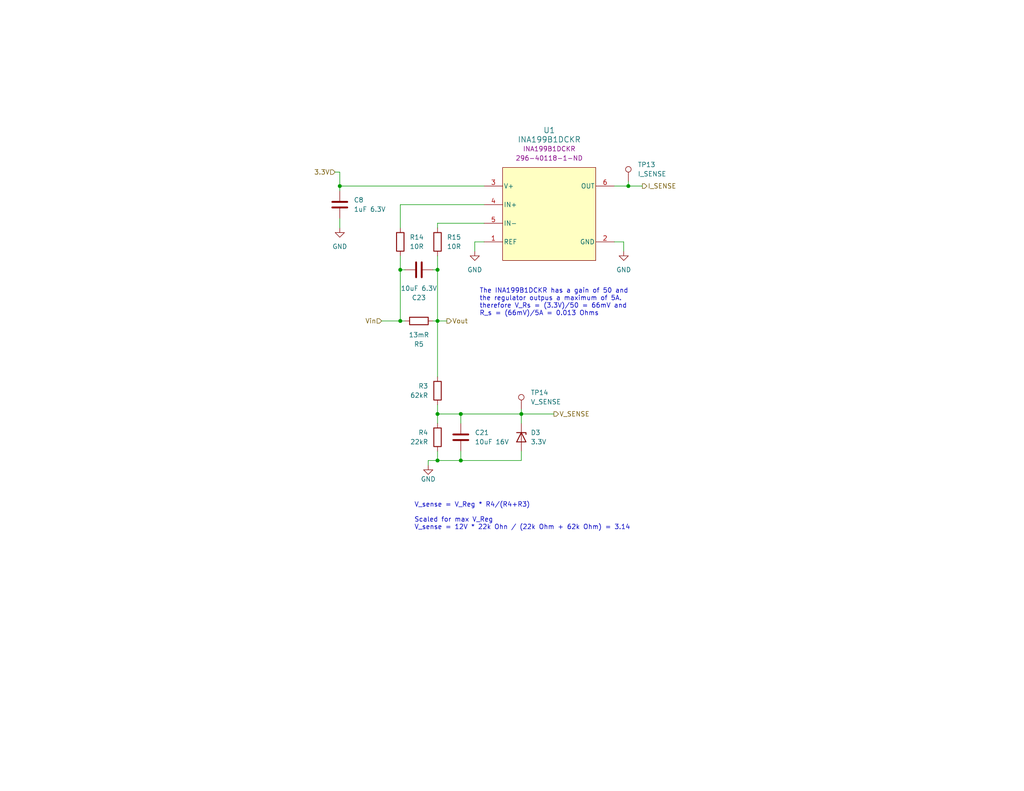
<source format=kicad_sch>
(kicad_sch (version 20230121) (generator eeschema)
  (paper "A")
  (title_block (title "Adjustable Power Supply") (date "2024-01-11") (company "George Jurgiel") (comment 1 "Measures voltage and current and normalizes values to be read by ESP32 ADC"))
  (lib_symbols
    (symbol "Adjustable_Power_Suppy:INA199B1DCKR" (pin_names (offset 0.254))
      (property "Reference" "U" (at 0 2.54 0))
      (property "Value" "INA199B1DCKR" (at 0 0 0))
      (property "MPN" "INA199B1DCKR" (at 0 0 0))
      (property "Digikey PN" "296-40118-1-ND" (at 0 0 0))
      (symbol "INA199B1DCKR_0_1"
        (pin input line (at -17.78 -7.62 0) (length 5.08) (name "REF") (number "1"))
        (pin power_in line (at 17.78 -7.62 180) (length 5.08) (name "GND") (number "2"))
        (pin power_in line (at -17.78 7.62 0) (length 5.08) (name "V+") (number "3"))
        (pin input line (at -17.78 2.54 0) (length 5.08) (name "IN+") (number "4"))
        (pin input line (at -17.78 -2.54 0) (length 5.08) (name "IN-") (number "5"))
        (pin output line (at 17.78 7.62 180) (length 5.08) (name "OUT") (number "6"))
      )
      (symbol "INA199B1DCKR_1_1"
        (rectangle (start -12.7 12.7) (end 12.7 -12.7) (fill (type background)))
      )
    )
    (symbol "Connector:TestPoint" (pin_numbers hide) (pin_names (offset 0.762) hide)
      (property "Reference" "TP" (at 0 6.858 0))
      (property "Value" "TestPoint" (at 0 5.08 0))
      (symbol "TestPoint_0_1"
        (circle (center 0 3.302) (radius 0.762))
      )
      (symbol "TestPoint_1_1"
        (pin passive line (at 0 0 90) (length 2.54) (name "1") (number "1"))
      )
    )
    (symbol "Device:C" (pin_numbers hide) (pin_names (offset 0.254))
      (property "Reference" "C" (at 0.635 2.54 0))
      (property "Value" "C" (at 0.635 -2.54 0))
      (symbol "C_0_1"
        (polyline (pts (xy -2.032 -0.762) (xy 2.032 -0.762)) (stroke (width 0.508)))
        (polyline (pts (xy -2.032 0.762) (xy 2.032 0.762)) (stroke (width 0.508)))
      )
      (symbol "C_1_1"
        (pin passive line (at 0 3.81 270) (length 2.794) (name "~") (number "1"))
        (pin passive line (at 0 -3.81 90) (length 2.794) (name "~") (number "2"))
      )
    )
    (symbol "Device:D_Zener" (pin_numbers hide) (pin_names (offset 1.016) hide)
      (property "Reference" "D" (at 0 2.54 0))
      (property "Value" "D_Zener" (at 0 -2.54 0))
      (symbol "D_Zener_0_1"
        (polyline (pts (xy 1.27 0) (xy -1.27 0)))
        (polyline (pts (xy -1.27 -1.27) (xy -1.27 1.27) (xy -0.762 1.27)) (stroke (width 0.254)))
        (polyline (pts (xy 1.27 -1.27) (xy 1.27 1.27) (xy -1.27 0) (xy 1.27 -1.27)) (stroke (width 0.254)))
      )
      (symbol "D_Zener_1_1"
        (pin passive line (at -3.81 0 0) (length 2.54) (name "K") (number "1"))
        (pin passive line (at 3.81 0 180) (length 2.54) (name "A") (number "2"))
      )
    )
    (symbol "Device:R" (pin_numbers hide) (pin_names (offset 0))
      (property "Reference" "R" (at 2.032 0 90))
      (property "Value" "R" (at 0 0 90))
      (symbol "R_0_1"
        (rectangle (start -1.016 -2.54) (end 1.016 2.54) (stroke (width 0.254)))
      )
      (symbol "R_1_1"
        (pin passive line (at 0 3.81 270) (length 1.27) (name "~") (number "1"))
        (pin passive line (at 0 -3.81 90) (length 1.27) (name "~") (number "2"))
      )
    )
    (symbol "power:GND" (power) (pin_names (offset 0))
      (property "Value" "GND" (at 0 -3.81 0))
      (symbol "GND_0_1"
        (polyline (pts (xy 0 0) (xy 0 -1.27) (xy 1.27 -1.27) (xy 0 -2.54) (xy -1.27 -1.27) (xy 0 -1.27)))
      )
      (symbol "GND_1_1"
        (pin power_in line (at 0 0 270) (length 0) hide (name "GND") (number "1"))
      )
    )
  )
  (junction (at 92.71 50.8))
  (junction (at 125.73 125.73))
  (junction (at 109.22 73.66))
  (junction (at 119.38 113.03))
  (junction (at 125.73 113.03))
  (junction (at 119.38 73.66))
  (junction (at 119.38 87.63))
  (junction (at 119.38 125.73))
  (junction (at 109.22 87.63))
  (junction (at 142.24 113.03))
  (junction (at 171.45 50.8))
  (wire (pts (xy 132.08 55.88) (xy 109.22 55.88)))
  (wire (pts (xy 104.14 87.63) (xy 109.22 87.63)))
  (wire (pts (xy 167.64 50.8) (xy 171.45 50.8)))
  (wire (pts (xy 170.18 66.04) (xy 170.18 68.58)))
  (wire (pts (xy 142.24 111.76) (xy 142.24 113.03)))
  (wire (pts (xy 118.11 87.63) (xy 119.38 87.63)))
  (wire (pts (xy 116.84 125.73) (xy 116.84 127)))
  (wire (pts (xy 91.44 46.99) (xy 92.71 46.99)))
  (wire (pts (xy 119.38 87.63) (xy 121.92 87.63)))
  (wire (pts (xy 109.22 69.85) (xy 109.22 73.66)))
  (wire (pts (xy 171.45 49.53) (xy 171.45 50.8)))
  (wire (pts (xy 92.71 46.99) (xy 92.71 50.8)))
  (wire (pts (xy 119.38 73.66) (xy 119.38 69.85)))
  (wire (pts (xy 119.38 113.03) (xy 125.73 113.03)))
  (wire (pts (xy 92.71 50.8) (xy 92.71 52.07)))
  (wire (pts (xy 119.38 60.96) (xy 132.08 60.96)))
  (wire (pts (xy 119.38 87.63) (xy 119.38 102.87)))
  (wire (pts (xy 125.73 113.03) (xy 125.73 115.57)))
  (wire (pts (xy 119.38 62.23) (xy 119.38 60.96)))
  (wire (pts (xy 119.38 110.49) (xy 119.38 113.03)))
  (wire (pts (xy 92.71 50.8) (xy 132.08 50.8)))
  (wire (pts (xy 125.73 123.19) (xy 125.73 125.73)))
  (wire (pts (xy 119.38 113.03) (xy 119.38 115.57)))
  (wire (pts (xy 142.24 115.57) (xy 142.24 113.03)))
  (wire (pts (xy 129.54 66.04) (xy 129.54 68.58)))
  (wire (pts (xy 118.11 73.66) (xy 119.38 73.66)))
  (wire (pts (xy 92.71 59.69) (xy 92.71 62.23)))
  (wire (pts (xy 119.38 125.73) (xy 119.38 123.19)))
  (wire (pts (xy 142.24 113.03) (xy 151.13 113.03)))
  (wire (pts (xy 142.24 125.73) (xy 125.73 125.73)))
  (wire (pts (xy 167.64 66.04) (xy 170.18 66.04)))
  (wire (pts (xy 109.22 73.66) (xy 110.49 73.66)))
  (wire (pts (xy 132.08 66.04) (xy 129.54 66.04)))
  (wire (pts (xy 142.24 123.19) (xy 142.24 125.73)))
  (wire (pts (xy 119.38 87.63) (xy 119.38 73.66)))
  (wire (pts (xy 109.22 73.66) (xy 109.22 87.63)))
  (wire (pts (xy 125.73 125.73) (xy 119.38 125.73)))
  (wire (pts (xy 171.45 50.8) (xy 175.26 50.8)))
  (wire (pts (xy 109.22 55.88) (xy 109.22 62.23)))
  (wire (pts (xy 116.84 125.73) (xy 119.38 125.73)))
  (wire (pts (xy 125.73 113.03) (xy 142.24 113.03)))
  (wire (pts (xy 109.22 87.63) (xy 110.49 87.63)))
  (text "The INA199B1DCKR has a gain of 50 and \nthe regulator outpus a maximum of 5A.\ntherefore V_Rs = (3.3V)/50 = 66mV and\nR_s = (66mV)/5A = 0.013 Ohms \n" (at 130.81 86.36 0) (effects (font (size 1.27 1.27)) (justify left bottom)))
  (text "V_sense = V_Reg * R4/(R4+R3) \n\nScaled for max V_Reg\nV_sense = 12V * 22k Ohn / (22k Ohm + 62k Ohm) = 3.14" (at 113.03 144.78 0) (effects (font (size 1.27 1.27)) (justify left bottom)))
  (hierarchical_label "Vin" (shape input) (at 104.14 87.63 180))
  (hierarchical_label "3.3V" (shape input) (at 91.44 46.99 180))
  (hierarchical_label "Vout" (shape output) (at 121.92 87.63 0))
  (hierarchical_label "V_SENSE" (shape output) (at 151.13 113.03 0))
  (hierarchical_label "I_SENSE" (shape output) (at 175.26 50.8 0))
  (symbol (lib_id "power:GND") (at 92.71 62.23 0) (unit 1)
    (property "Reference" "#PWR018" (effects hide))
    (property "Value" "GND" (at 92.71 67.31 0))
  )
  (symbol (lib_id "Device:R") (at 114.3 87.63 270) (mirror x) (unit 1)
    (property "Reference" "R5" (at 114.3 93.98 90))
    (property "Value" "13mR" (at 114.3 91.44 90))
    (property "Footprint" "Resistor_SMD:R_2512_6332Metric_Pad1.40x3.35mm_HandSolder" (effects hide))
  )
  (symbol (lib_id "Connector:TestPoint") (at 142.24 111.76 0) (unit 1)
    (property "Reference" "TP14" (at 144.78 107.188 0) (effects (justify left)))
    (property "Value" "V_SENSE" (at 144.78 109.728 0) (effects (justify left)))
    (property "Footprint" "Adjustable_Power_Supply:TP420X150" (effects hide))
  )
  (symbol (lib_id "Device:C") (at 92.71 55.88 0) (unit 1)
    (property "Reference" "C8" (at 96.52 54.61 0) (effects (justify left)))
    (property "Value" "1uF 6.3V" (at 96.52 57.15 0) (effects (justify left)))
    (property "Footprint" "Capacitor_SMD:C_0603_1608Metric_Pad1.08x0.95mm_HandSolder" (effects hide))
  )
  (symbol (lib_id "Adjustable_Power_Suppy:INA199B1DCKR") (at 149.86 58.42 0) (unit 1)
    (property "Reference" "U1" (at 149.86 35.56 0) (effects (font (size 1.524 1.524))))
    (property "Value" "INA199B1DCKR" (at 149.86 38.1 0) (effects (font (size 1.524 1.524))))
    (property "Footprint" "Adjustable_Power_Supply:INA199B1DCKR" (effects hide))
    (property "Datasheet" "https://www.ti.com/general/docs/suppproductinfo.tsp?distId=10&gotoUrl=https%3A%2F%2Fwww.ti.com%2Flit%2Fgpn%2Fina199" (effects hide))
    (property "MPN" "INA199B1DCKR" (at 149.86 40.64 0))
    (property "Digikey PN" "296-40118-1-ND" (at 149.86 43.18 0))
  )
  (symbol (lib_id "Connector:TestPoint") (at 171.45 49.53 0) (unit 1)
    (property "Reference" "TP13" (at 173.99 44.958 0) (effects (justify left)))
    (property "Value" "I_SENSE" (at 173.99 47.498 0) (effects (justify left)))
    (property "Footprint" "Adjustable_Power_Supply:TP420X150" (effects hide))
  )
  (symbol (lib_id "Device:R") (at 119.38 66.04 0) (unit 1)
    (property "Reference" "R15" (at 121.92 64.77 0) (effects (justify left)))
    (property "Value" "10R" (at 121.92 67.31 0) (effects (justify left)))
    (property "Footprint" "Resistor_SMD:R_0603_1608Metric_Pad0.98x0.95mm_HandSolder" (effects hide))
  )
  (symbol (lib_id "Device:C") (at 125.73 119.38 0) (unit 1)
    (property "Reference" "C21" (at 129.54 118.11 0) (effects (justify left)))
    (property "Value" "10uF 16V" (at 129.54 120.65 0) (effects (justify left)))
    (property "Footprint" "Capacitor_SMD:C_0603_1608Metric_Pad1.08x0.95mm_HandSolder" (effects hide))
  )
  (symbol (lib_id "Device:R") (at 109.22 66.04 0) (unit 1)
    (property "Reference" "R14" (at 111.76 64.77 0) (effects (justify left)))
    (property "Value" "10R" (at 111.76 67.31 0) (effects (justify left)))
    (property "Footprint" "Resistor_SMD:R_0603_1608Metric_Pad0.98x0.95mm_HandSolder" (effects hide))
  )
  (symbol (lib_id "power:GND") (at 170.18 68.58 0) (unit 1)
    (property "Reference" "#PWR016" (effects hide))
    (property "Value" "GND" (at 170.18 73.66 0))
  )
  (symbol (lib_id "Device:R") (at 119.38 119.38 0) (mirror x) (unit 1)
    (property "Reference" "R4" (at 116.84 118.11 0) (effects (justify right)))
    (property "Value" "22kR" (at 116.84 120.65 0) (effects (justify right)))
    (property "Footprint" "Resistor_SMD:R_0603_1608Metric_Pad0.98x0.95mm_HandSolder" (effects hide))
  )
  (symbol (lib_id "Device:R") (at 119.38 106.68 0) (mirror x) (unit 1)
    (property "Reference" "R3" (at 116.84 105.41 0) (effects (justify right)))
    (property "Value" "62kR" (at 116.84 107.95 0) (effects (justify right)))
    (property "Footprint" "Resistor_SMD:R_0603_1608Metric_Pad0.98x0.95mm_HandSolder" (effects hide))
  )
  (symbol (lib_id "power:GND") (at 116.84 127 0) (unit 1)
    (property "Reference" "#PWR023" (effects hide))
    (property "Value" "GND" (at 116.84 130.81 0))
  )
  (symbol (lib_id "power:GND") (at 129.54 68.58 0) (unit 1)
    (property "Reference" "#PWR017" (effects hide))
    (property "Value" "GND" (at 129.54 73.66 0))
  )
  (symbol (lib_id "Device:D_Zener") (at 142.24 119.38 270) (unit 1)
    (property "Reference" "D3" (at 144.78 118.11 90) (effects (justify left)))
    (property "Value" "3.3V" (at 144.78 120.65 90) (effects (justify left)))
    (property "Footprint" "Adjustable_Power_Supply:SOD-123_ONS-L" (effects hide))
    (property "Datasheet" "https://www.onsemi.com/pdf/datasheet/mmsz4678t1-d.pdf" (effects hide))
    (property "MPN" "MMSZ4684T1G" (effects hide))
    (property "Digikey PN" "MMSZ4684T1GOSCT-ND" (effects hide))
  )
  (symbol (lib_id "Device:C") (at 114.3 73.66 90) (mirror x) (unit 1)
    (property "Reference" "C23" (at 114.3 81.28 90))
    (property "Value" "10uF 6.3V" (at 114.3 78.74 90))
    (property "Footprint" "Capacitor_SMD:C_0603_1608Metric_Pad1.08x0.95mm_HandSolder" (effects hide))
  )
)
</source>
